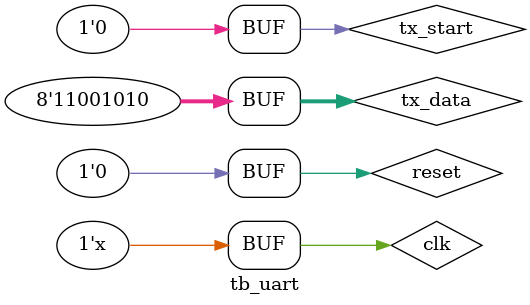
<source format=v>
`timescale 1ns / 1ps

module tb_uart ();

    reg clk;
    reg reset;
    reg tx_start;
    reg [7:0] tx_data;
    wire tx;
    wire tx_done;

    uart dut (
        .clk(clk),
        .reset(reset),
        .tx_start(tx_start),
        .tx_data(tx_data),
        .tx(tx),
        .tx_done(tx_done)
    );

    always #5 clk = ~clk;

    initial begin
        clk = 1'b0;
        reset = 1'b1;
        tx_start = 1'b0;
        tx_data = 0;
    end

    initial begin
        #100 reset = 1'b0;
        #100 tx_start = 1'b1;
        tx_data = 8'b11001010;
        #10 tx_start = 1'b0;
    end

endmodule

</source>
